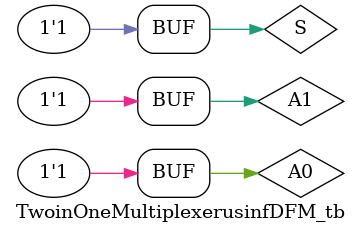
<source format=v>
module TwoinOneMultiplexerusinfDFM_tb;
  reg A0,A1,S;
  wire O;
  
 TwoinOneMultiplexerusinfDFM  TwoinOneMuxDFM(O,A0,A1,S);
  initial 
  begin
    A0=1'b0;
    A1=1'b0;
    S=1'b0;
    #10;
    A0=1'b0;
    A1=1'b0;
    S=1'b1;
    #10;
    A0=1'b0;
    A1=1'b1;
    S=1'b0;
    #10;
    A0=1'b0;
    A1=1'b1;
    S=1'b1;
    #10;
    A0=1'b1;
    A1=1'b0;
    S=1'b0;
    #10; 
    A0=1'b1;
    A1=1'b0;
    S=1'b1;
    #10; 
    A0=1'b1;
    A1=1'b1;
    S=1'b0;
    #10;
    A0=1'b1;
    A1=1'b1;
    S=1'b1;
    #10;
    
  end
  
endmodule 



</source>
